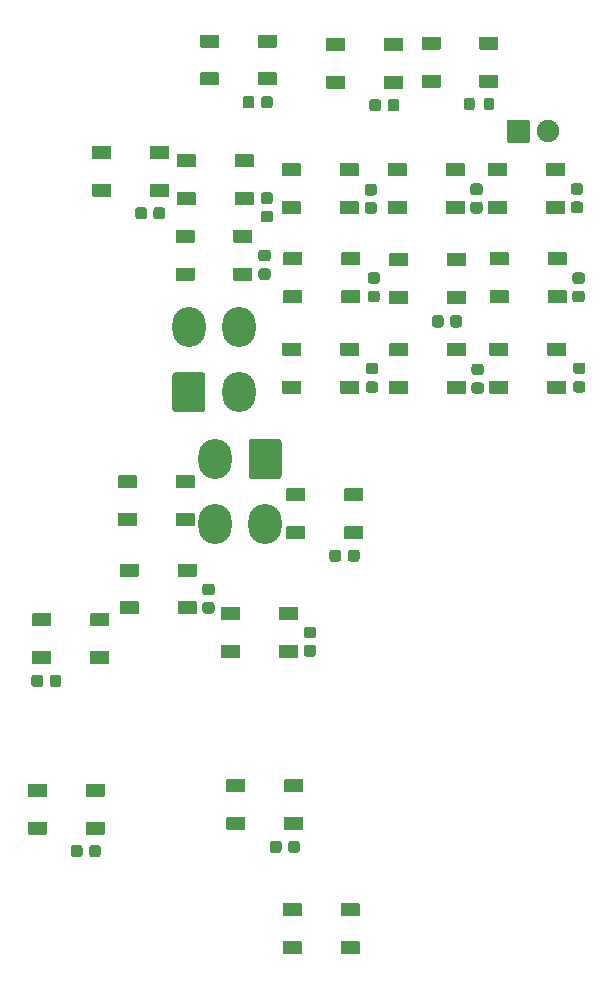
<source format=gbr>
%TF.GenerationSoftware,KiCad,Pcbnew,(5.1.12-1-10_14)*%
%TF.CreationDate,2021-11-24T11:20:23+11:00*%
%TF.ProjectId,Landing Gear Panel PCB V2,4c616e64-696e-4672-9047-656172205061,rev?*%
%TF.SameCoordinates,Original*%
%TF.FileFunction,Soldermask,Top*%
%TF.FilePolarity,Negative*%
%FSLAX46Y46*%
G04 Gerber Fmt 4.6, Leading zero omitted, Abs format (unit mm)*
G04 Created by KiCad (PCBNEW (5.1.12-1-10_14)) date 2021-11-24 11:20:23*
%MOMM*%
%LPD*%
G01*
G04 APERTURE LIST*
%ADD10O,2.800000X3.400000*%
%ADD11C,1.900000*%
G04 APERTURE END LIST*
D10*
%TO.C,J2*%
X85450000Y-65500000D03*
X81250000Y-65500000D03*
X85450000Y-71000000D03*
G36*
G01*
X79850000Y-72440740D02*
X79850000Y-69559260D01*
G75*
G02*
X80109260Y-69300000I259260J0D01*
G01*
X82390740Y-69300000D01*
G75*
G02*
X82650000Y-69559260I0J-259260D01*
G01*
X82650000Y-72440740D01*
G75*
G02*
X82390740Y-72700000I-259260J0D01*
G01*
X80109260Y-72700000D01*
G75*
G02*
X79850000Y-72440740I0J259260D01*
G01*
G37*
%TD*%
%TO.C,J1*%
X83500000Y-82150000D03*
X87700000Y-82150000D03*
X83500000Y-76650000D03*
G36*
G01*
X89100000Y-75209260D02*
X89100000Y-78090740D01*
G75*
G02*
X88840740Y-78350000I-259260J0D01*
G01*
X86559260Y-78350000D01*
G75*
G02*
X86300000Y-78090740I0J259260D01*
G01*
X86300000Y-75209260D01*
G75*
G02*
X86559260Y-74950000I259260J0D01*
G01*
X88840740Y-74950000D01*
G75*
G02*
X89100000Y-75209260I0J-259260D01*
G01*
G37*
%TD*%
%TO.C,C21*%
G36*
G01*
X87368750Y-60512500D02*
X87931250Y-60512500D01*
G75*
G02*
X88175000Y-60756250I0J-243750D01*
G01*
X88175000Y-61243750D01*
G75*
G02*
X87931250Y-61487500I-243750J0D01*
G01*
X87368750Y-61487500D01*
G75*
G02*
X87125000Y-61243750I0J243750D01*
G01*
X87125000Y-60756250D01*
G75*
G02*
X87368750Y-60512500I243750J0D01*
G01*
G37*
G36*
G01*
X87368750Y-58937500D02*
X87931250Y-58937500D01*
G75*
G02*
X88175000Y-59181250I0J-243750D01*
G01*
X88175000Y-59668750D01*
G75*
G02*
X87931250Y-59912500I-243750J0D01*
G01*
X87368750Y-59912500D01*
G75*
G02*
X87125000Y-59668750I0J243750D01*
G01*
X87125000Y-59181250D01*
G75*
G02*
X87368750Y-58937500I243750J0D01*
G01*
G37*
%TD*%
%TO.C,C20*%
G36*
G01*
X114018750Y-70062500D02*
X114581250Y-70062500D01*
G75*
G02*
X114825000Y-70306250I0J-243750D01*
G01*
X114825000Y-70793750D01*
G75*
G02*
X114581250Y-71037500I-243750J0D01*
G01*
X114018750Y-71037500D01*
G75*
G02*
X113775000Y-70793750I0J243750D01*
G01*
X113775000Y-70306250D01*
G75*
G02*
X114018750Y-70062500I243750J0D01*
G01*
G37*
G36*
G01*
X114018750Y-68487500D02*
X114581250Y-68487500D01*
G75*
G02*
X114825000Y-68731250I0J-243750D01*
G01*
X114825000Y-69218750D01*
G75*
G02*
X114581250Y-69462500I-243750J0D01*
G01*
X114018750Y-69462500D01*
G75*
G02*
X113775000Y-69218750I0J243750D01*
G01*
X113775000Y-68731250D01*
G75*
G02*
X114018750Y-68487500I243750J0D01*
G01*
G37*
%TD*%
%TO.C,C19*%
G36*
G01*
X105418750Y-70162500D02*
X105981250Y-70162500D01*
G75*
G02*
X106225000Y-70406250I0J-243750D01*
G01*
X106225000Y-70893750D01*
G75*
G02*
X105981250Y-71137500I-243750J0D01*
G01*
X105418750Y-71137500D01*
G75*
G02*
X105175000Y-70893750I0J243750D01*
G01*
X105175000Y-70406250D01*
G75*
G02*
X105418750Y-70162500I243750J0D01*
G01*
G37*
G36*
G01*
X105418750Y-68587500D02*
X105981250Y-68587500D01*
G75*
G02*
X106225000Y-68831250I0J-243750D01*
G01*
X106225000Y-69318750D01*
G75*
G02*
X105981250Y-69562500I-243750J0D01*
G01*
X105418750Y-69562500D01*
G75*
G02*
X105175000Y-69318750I0J243750D01*
G01*
X105175000Y-68831250D01*
G75*
G02*
X105418750Y-68587500I243750J0D01*
G01*
G37*
%TD*%
%TO.C,C18*%
G36*
G01*
X96468750Y-70087500D02*
X97031250Y-70087500D01*
G75*
G02*
X97275000Y-70331250I0J-243750D01*
G01*
X97275000Y-70818750D01*
G75*
G02*
X97031250Y-71062500I-243750J0D01*
G01*
X96468750Y-71062500D01*
G75*
G02*
X96225000Y-70818750I0J243750D01*
G01*
X96225000Y-70331250D01*
G75*
G02*
X96468750Y-70087500I243750J0D01*
G01*
G37*
G36*
G01*
X96468750Y-68512500D02*
X97031250Y-68512500D01*
G75*
G02*
X97275000Y-68756250I0J-243750D01*
G01*
X97275000Y-69243750D01*
G75*
G02*
X97031250Y-69487500I-243750J0D01*
G01*
X96468750Y-69487500D01*
G75*
G02*
X96225000Y-69243750I0J243750D01*
G01*
X96225000Y-68756250D01*
G75*
G02*
X96468750Y-68512500I243750J0D01*
G01*
G37*
%TD*%
%TO.C,C7*%
G36*
G01*
X96618750Y-62412500D02*
X97181250Y-62412500D01*
G75*
G02*
X97425000Y-62656250I0J-243750D01*
G01*
X97425000Y-63143750D01*
G75*
G02*
X97181250Y-63387500I-243750J0D01*
G01*
X96618750Y-63387500D01*
G75*
G02*
X96375000Y-63143750I0J243750D01*
G01*
X96375000Y-62656250D01*
G75*
G02*
X96618750Y-62412500I243750J0D01*
G01*
G37*
G36*
G01*
X96618750Y-60837500D02*
X97181250Y-60837500D01*
G75*
G02*
X97425000Y-61081250I0J-243750D01*
G01*
X97425000Y-61568750D01*
G75*
G02*
X97181250Y-61812500I-243750J0D01*
G01*
X96618750Y-61812500D01*
G75*
G02*
X96375000Y-61568750I0J243750D01*
G01*
X96375000Y-61081250D01*
G75*
G02*
X96618750Y-60837500I243750J0D01*
G01*
G37*
%TD*%
%TO.C,D6*%
G36*
G01*
X89116000Y-52671600D02*
X89116000Y-51671600D01*
G75*
G02*
X89166000Y-51621600I50000J0D01*
G01*
X90666000Y-51621600D01*
G75*
G02*
X90716000Y-51671600I0J-50000D01*
G01*
X90716000Y-52671600D01*
G75*
G02*
X90666000Y-52721600I-50000J0D01*
G01*
X89166000Y-52721600D01*
G75*
G02*
X89116000Y-52671600I0J50000D01*
G01*
G37*
G36*
G01*
X89116000Y-55871600D02*
X89116000Y-54871600D01*
G75*
G02*
X89166000Y-54821600I50000J0D01*
G01*
X90666000Y-54821600D01*
G75*
G02*
X90716000Y-54871600I0J-50000D01*
G01*
X90716000Y-55871600D01*
G75*
G02*
X90666000Y-55921600I-50000J0D01*
G01*
X89166000Y-55921600D01*
G75*
G02*
X89116000Y-55871600I0J50000D01*
G01*
G37*
G36*
G01*
X94016000Y-52671600D02*
X94016000Y-51671600D01*
G75*
G02*
X94066000Y-51621600I50000J0D01*
G01*
X95566000Y-51621600D01*
G75*
G02*
X95616000Y-51671600I0J-50000D01*
G01*
X95616000Y-52671600D01*
G75*
G02*
X95566000Y-52721600I-50000J0D01*
G01*
X94066000Y-52721600D01*
G75*
G02*
X94016000Y-52671600I0J50000D01*
G01*
G37*
G36*
G01*
X94016000Y-55871600D02*
X94016000Y-54871600D01*
G75*
G02*
X94066000Y-54821600I50000J0D01*
G01*
X95566000Y-54821600D01*
G75*
G02*
X95616000Y-54871600I0J-50000D01*
G01*
X95616000Y-55871600D01*
G75*
G02*
X95566000Y-55921600I-50000J0D01*
G01*
X94066000Y-55921600D01*
G75*
G02*
X94016000Y-55871600I0J50000D01*
G01*
G37*
%TD*%
%TO.C,C11*%
G36*
G01*
X82625000Y-88750000D02*
X83175000Y-88750000D01*
G75*
G02*
X83425000Y-89000000I0J-250000D01*
G01*
X83425000Y-89500000D01*
G75*
G02*
X83175000Y-89750000I-250000J0D01*
G01*
X82625000Y-89750000D01*
G75*
G02*
X82375000Y-89500000I0J250000D01*
G01*
X82375000Y-89000000D01*
G75*
G02*
X82625000Y-88750000I250000J0D01*
G01*
G37*
G36*
G01*
X82625000Y-87200000D02*
X83175000Y-87200000D01*
G75*
G02*
X83425000Y-87450000I0J-250000D01*
G01*
X83425000Y-87950000D01*
G75*
G02*
X83175000Y-88200000I-250000J0D01*
G01*
X82625000Y-88200000D01*
G75*
G02*
X82375000Y-87950000I0J250000D01*
G01*
X82375000Y-87450000D01*
G75*
G02*
X82625000Y-87200000I250000J0D01*
G01*
G37*
%TD*%
%TO.C,R1*%
G36*
G01*
X106200000Y-46900000D02*
X106200000Y-46300000D01*
G75*
G02*
X106425000Y-46075000I225000J0D01*
G01*
X106875000Y-46075000D01*
G75*
G02*
X107100000Y-46300000I0J-225000D01*
G01*
X107100000Y-46900000D01*
G75*
G02*
X106875000Y-47125000I-225000J0D01*
G01*
X106425000Y-47125000D01*
G75*
G02*
X106200000Y-46900000I0J225000D01*
G01*
G37*
G36*
G01*
X104550000Y-46900000D02*
X104550000Y-46300000D01*
G75*
G02*
X104775000Y-46075000I225000J0D01*
G01*
X105225000Y-46075000D01*
G75*
G02*
X105450000Y-46300000I0J-225000D01*
G01*
X105450000Y-46900000D01*
G75*
G02*
X105225000Y-47125000I-225000J0D01*
G01*
X104775000Y-47125000D01*
G75*
G02*
X104550000Y-46900000I0J225000D01*
G01*
G37*
%TD*%
%TO.C,C17*%
G36*
G01*
X91225000Y-92400000D02*
X91775000Y-92400000D01*
G75*
G02*
X92025000Y-92650000I0J-250000D01*
G01*
X92025000Y-93150000D01*
G75*
G02*
X91775000Y-93400000I-250000J0D01*
G01*
X91225000Y-93400000D01*
G75*
G02*
X90975000Y-93150000I0J250000D01*
G01*
X90975000Y-92650000D01*
G75*
G02*
X91225000Y-92400000I250000J0D01*
G01*
G37*
G36*
G01*
X91225000Y-90850000D02*
X91775000Y-90850000D01*
G75*
G02*
X92025000Y-91100000I0J-250000D01*
G01*
X92025000Y-91600000D01*
G75*
G02*
X91775000Y-91850000I-250000J0D01*
G01*
X91225000Y-91850000D01*
G75*
G02*
X90975000Y-91600000I0J250000D01*
G01*
X90975000Y-91100000D01*
G75*
G02*
X91225000Y-90850000I250000J0D01*
G01*
G37*
%TD*%
%TO.C,C16*%
G36*
G01*
X94700000Y-85125000D02*
X94700000Y-84575000D01*
G75*
G02*
X94950000Y-84325000I250000J0D01*
G01*
X95450000Y-84325000D01*
G75*
G02*
X95700000Y-84575000I0J-250000D01*
G01*
X95700000Y-85125000D01*
G75*
G02*
X95450000Y-85375000I-250000J0D01*
G01*
X94950000Y-85375000D01*
G75*
G02*
X94700000Y-85125000I0J250000D01*
G01*
G37*
G36*
G01*
X93150000Y-85125000D02*
X93150000Y-84575000D01*
G75*
G02*
X93400000Y-84325000I250000J0D01*
G01*
X93900000Y-84325000D01*
G75*
G02*
X94150000Y-84575000I0J-250000D01*
G01*
X94150000Y-85125000D01*
G75*
G02*
X93900000Y-85375000I-250000J0D01*
G01*
X93400000Y-85375000D01*
G75*
G02*
X93150000Y-85125000I0J250000D01*
G01*
G37*
%TD*%
%TO.C,C15*%
G36*
G01*
X89650000Y-109775000D02*
X89650000Y-109225000D01*
G75*
G02*
X89900000Y-108975000I250000J0D01*
G01*
X90400000Y-108975000D01*
G75*
G02*
X90650000Y-109225000I0J-250000D01*
G01*
X90650000Y-109775000D01*
G75*
G02*
X90400000Y-110025000I-250000J0D01*
G01*
X89900000Y-110025000D01*
G75*
G02*
X89650000Y-109775000I0J250000D01*
G01*
G37*
G36*
G01*
X88100000Y-109775000D02*
X88100000Y-109225000D01*
G75*
G02*
X88350000Y-108975000I250000J0D01*
G01*
X88850000Y-108975000D01*
G75*
G02*
X89100000Y-109225000I0J-250000D01*
G01*
X89100000Y-109775000D01*
G75*
G02*
X88850000Y-110025000I-250000J0D01*
G01*
X88350000Y-110025000D01*
G75*
G02*
X88100000Y-109775000I0J250000D01*
G01*
G37*
%TD*%
%TO.C,C14*%
G36*
G01*
X72800000Y-110125000D02*
X72800000Y-109575000D01*
G75*
G02*
X73050000Y-109325000I250000J0D01*
G01*
X73550000Y-109325000D01*
G75*
G02*
X73800000Y-109575000I0J-250000D01*
G01*
X73800000Y-110125000D01*
G75*
G02*
X73550000Y-110375000I-250000J0D01*
G01*
X73050000Y-110375000D01*
G75*
G02*
X72800000Y-110125000I0J250000D01*
G01*
G37*
G36*
G01*
X71250000Y-110125000D02*
X71250000Y-109575000D01*
G75*
G02*
X71500000Y-109325000I250000J0D01*
G01*
X72000000Y-109325000D01*
G75*
G02*
X72250000Y-109575000I0J-250000D01*
G01*
X72250000Y-110125000D01*
G75*
G02*
X72000000Y-110375000I-250000J0D01*
G01*
X71500000Y-110375000D01*
G75*
G02*
X71250000Y-110125000I0J250000D01*
G01*
G37*
%TD*%
%TO.C,C13*%
G36*
G01*
X69450000Y-95725000D02*
X69450000Y-95175000D01*
G75*
G02*
X69700000Y-94925000I250000J0D01*
G01*
X70200000Y-94925000D01*
G75*
G02*
X70450000Y-95175000I0J-250000D01*
G01*
X70450000Y-95725000D01*
G75*
G02*
X70200000Y-95975000I-250000J0D01*
G01*
X69700000Y-95975000D01*
G75*
G02*
X69450000Y-95725000I0J250000D01*
G01*
G37*
G36*
G01*
X67900000Y-95725000D02*
X67900000Y-95175000D01*
G75*
G02*
X68150000Y-94925000I250000J0D01*
G01*
X68650000Y-94925000D01*
G75*
G02*
X68900000Y-95175000I0J-250000D01*
G01*
X68900000Y-95725000D01*
G75*
G02*
X68650000Y-95975000I-250000J0D01*
G01*
X68150000Y-95975000D01*
G75*
G02*
X67900000Y-95725000I0J250000D01*
G01*
G37*
%TD*%
%TO.C,C12*%
G36*
G01*
X96375000Y-54900000D02*
X96925000Y-54900000D01*
G75*
G02*
X97175000Y-55150000I0J-250000D01*
G01*
X97175000Y-55650000D01*
G75*
G02*
X96925000Y-55900000I-250000J0D01*
G01*
X96375000Y-55900000D01*
G75*
G02*
X96125000Y-55650000I0J250000D01*
G01*
X96125000Y-55150000D01*
G75*
G02*
X96375000Y-54900000I250000J0D01*
G01*
G37*
G36*
G01*
X96375000Y-53350000D02*
X96925000Y-53350000D01*
G75*
G02*
X97175000Y-53600000I0J-250000D01*
G01*
X97175000Y-54100000D01*
G75*
G02*
X96925000Y-54350000I-250000J0D01*
G01*
X96375000Y-54350000D01*
G75*
G02*
X96125000Y-54100000I0J250000D01*
G01*
X96125000Y-53600000D01*
G75*
G02*
X96375000Y-53350000I250000J0D01*
G01*
G37*
%TD*%
%TO.C,C10*%
G36*
G01*
X88125000Y-55075000D02*
X87575000Y-55075000D01*
G75*
G02*
X87325000Y-54825000I0J250000D01*
G01*
X87325000Y-54325000D01*
G75*
G02*
X87575000Y-54075000I250000J0D01*
G01*
X88125000Y-54075000D01*
G75*
G02*
X88375000Y-54325000I0J-250000D01*
G01*
X88375000Y-54825000D01*
G75*
G02*
X88125000Y-55075000I-250000J0D01*
G01*
G37*
G36*
G01*
X88125000Y-56625000D02*
X87575000Y-56625000D01*
G75*
G02*
X87325000Y-56375000I0J250000D01*
G01*
X87325000Y-55875000D01*
G75*
G02*
X87575000Y-55625000I250000J0D01*
G01*
X88125000Y-55625000D01*
G75*
G02*
X88375000Y-55875000I0J-250000D01*
G01*
X88375000Y-56375000D01*
G75*
G02*
X88125000Y-56625000I-250000J0D01*
G01*
G37*
%TD*%
%TO.C,C9*%
G36*
G01*
X78250000Y-56125000D02*
X78250000Y-55575000D01*
G75*
G02*
X78500000Y-55325000I250000J0D01*
G01*
X79000000Y-55325000D01*
G75*
G02*
X79250000Y-55575000I0J-250000D01*
G01*
X79250000Y-56125000D01*
G75*
G02*
X79000000Y-56375000I-250000J0D01*
G01*
X78500000Y-56375000D01*
G75*
G02*
X78250000Y-56125000I0J250000D01*
G01*
G37*
G36*
G01*
X76700000Y-56125000D02*
X76700000Y-55575000D01*
G75*
G02*
X76950000Y-55325000I250000J0D01*
G01*
X77450000Y-55325000D01*
G75*
G02*
X77700000Y-55575000I0J-250000D01*
G01*
X77700000Y-56125000D01*
G75*
G02*
X77450000Y-56375000I-250000J0D01*
G01*
X76950000Y-56375000D01*
G75*
G02*
X76700000Y-56125000I0J250000D01*
G01*
G37*
%TD*%
%TO.C,C8*%
G36*
G01*
X105325000Y-54875000D02*
X105875000Y-54875000D01*
G75*
G02*
X106125000Y-55125000I0J-250000D01*
G01*
X106125000Y-55625000D01*
G75*
G02*
X105875000Y-55875000I-250000J0D01*
G01*
X105325000Y-55875000D01*
G75*
G02*
X105075000Y-55625000I0J250000D01*
G01*
X105075000Y-55125000D01*
G75*
G02*
X105325000Y-54875000I250000J0D01*
G01*
G37*
G36*
G01*
X105325000Y-53325000D02*
X105875000Y-53325000D01*
G75*
G02*
X106125000Y-53575000I0J-250000D01*
G01*
X106125000Y-54075000D01*
G75*
G02*
X105875000Y-54325000I-250000J0D01*
G01*
X105325000Y-54325000D01*
G75*
G02*
X105075000Y-54075000I0J250000D01*
G01*
X105075000Y-53575000D01*
G75*
G02*
X105325000Y-53325000I250000J0D01*
G01*
G37*
%TD*%
%TO.C,C6*%
G36*
G01*
X103375000Y-65275000D02*
X103375000Y-64725000D01*
G75*
G02*
X103625000Y-64475000I250000J0D01*
G01*
X104125000Y-64475000D01*
G75*
G02*
X104375000Y-64725000I0J-250000D01*
G01*
X104375000Y-65275000D01*
G75*
G02*
X104125000Y-65525000I-250000J0D01*
G01*
X103625000Y-65525000D01*
G75*
G02*
X103375000Y-65275000I0J250000D01*
G01*
G37*
G36*
G01*
X101825000Y-65275000D02*
X101825000Y-64725000D01*
G75*
G02*
X102075000Y-64475000I250000J0D01*
G01*
X102575000Y-64475000D01*
G75*
G02*
X102825000Y-64725000I0J-250000D01*
G01*
X102825000Y-65275000D01*
G75*
G02*
X102575000Y-65525000I-250000J0D01*
G01*
X102075000Y-65525000D01*
G75*
G02*
X101825000Y-65275000I0J250000D01*
G01*
G37*
%TD*%
%TO.C,C5*%
G36*
G01*
X113825000Y-54850000D02*
X114375000Y-54850000D01*
G75*
G02*
X114625000Y-55100000I0J-250000D01*
G01*
X114625000Y-55600000D01*
G75*
G02*
X114375000Y-55850000I-250000J0D01*
G01*
X113825000Y-55850000D01*
G75*
G02*
X113575000Y-55600000I0J250000D01*
G01*
X113575000Y-55100000D01*
G75*
G02*
X113825000Y-54850000I250000J0D01*
G01*
G37*
G36*
G01*
X113825000Y-53300000D02*
X114375000Y-53300000D01*
G75*
G02*
X114625000Y-53550000I0J-250000D01*
G01*
X114625000Y-54050000D01*
G75*
G02*
X114375000Y-54300000I-250000J0D01*
G01*
X113825000Y-54300000D01*
G75*
G02*
X113575000Y-54050000I0J250000D01*
G01*
X113575000Y-53550000D01*
G75*
G02*
X113825000Y-53300000I250000J0D01*
G01*
G37*
%TD*%
%TO.C,C4*%
G36*
G01*
X113975000Y-62400000D02*
X114525000Y-62400000D01*
G75*
G02*
X114775000Y-62650000I0J-250000D01*
G01*
X114775000Y-63150000D01*
G75*
G02*
X114525000Y-63400000I-250000J0D01*
G01*
X113975000Y-63400000D01*
G75*
G02*
X113725000Y-63150000I0J250000D01*
G01*
X113725000Y-62650000D01*
G75*
G02*
X113975000Y-62400000I250000J0D01*
G01*
G37*
G36*
G01*
X113975000Y-60850000D02*
X114525000Y-60850000D01*
G75*
G02*
X114775000Y-61100000I0J-250000D01*
G01*
X114775000Y-61600000D01*
G75*
G02*
X114525000Y-61850000I-250000J0D01*
G01*
X113975000Y-61850000D01*
G75*
G02*
X113725000Y-61600000I0J250000D01*
G01*
X113725000Y-61100000D01*
G75*
G02*
X113975000Y-60850000I250000J0D01*
G01*
G37*
%TD*%
%TO.C,C3*%
G36*
G01*
X98075000Y-46975000D02*
X98075000Y-46425000D01*
G75*
G02*
X98325000Y-46175000I250000J0D01*
G01*
X98825000Y-46175000D01*
G75*
G02*
X99075000Y-46425000I0J-250000D01*
G01*
X99075000Y-46975000D01*
G75*
G02*
X98825000Y-47225000I-250000J0D01*
G01*
X98325000Y-47225000D01*
G75*
G02*
X98075000Y-46975000I0J250000D01*
G01*
G37*
G36*
G01*
X96525000Y-46975000D02*
X96525000Y-46425000D01*
G75*
G02*
X96775000Y-46175000I250000J0D01*
G01*
X97275000Y-46175000D01*
G75*
G02*
X97525000Y-46425000I0J-250000D01*
G01*
X97525000Y-46975000D01*
G75*
G02*
X97275000Y-47225000I-250000J0D01*
G01*
X96775000Y-47225000D01*
G75*
G02*
X96525000Y-46975000I0J250000D01*
G01*
G37*
%TD*%
%TO.C,C2*%
G36*
G01*
X87350000Y-46725000D02*
X87350000Y-46175000D01*
G75*
G02*
X87600000Y-45925000I250000J0D01*
G01*
X88100000Y-45925000D01*
G75*
G02*
X88350000Y-46175000I0J-250000D01*
G01*
X88350000Y-46725000D01*
G75*
G02*
X88100000Y-46975000I-250000J0D01*
G01*
X87600000Y-46975000D01*
G75*
G02*
X87350000Y-46725000I0J250000D01*
G01*
G37*
G36*
G01*
X85800000Y-46725000D02*
X85800000Y-46175000D01*
G75*
G02*
X86050000Y-45925000I250000J0D01*
G01*
X86550000Y-45925000D01*
G75*
G02*
X86800000Y-46175000I0J-250000D01*
G01*
X86800000Y-46725000D01*
G75*
G02*
X86550000Y-46975000I-250000J0D01*
G01*
X86050000Y-46975000D01*
G75*
G02*
X85800000Y-46725000I0J250000D01*
G01*
G37*
%TD*%
D11*
%TO.C,D24*%
X111684000Y-48920400D03*
G36*
G01*
X108194000Y-49820400D02*
X108194000Y-48020400D01*
G75*
G02*
X108244000Y-47970400I50000J0D01*
G01*
X110044000Y-47970400D01*
G75*
G02*
X110094000Y-48020400I0J-50000D01*
G01*
X110094000Y-49820400D01*
G75*
G02*
X110044000Y-49870400I-50000J0D01*
G01*
X108244000Y-49870400D01*
G75*
G02*
X108194000Y-49820400I0J50000D01*
G01*
G37*
%TD*%
%TO.C,D16*%
G36*
G01*
X75250000Y-79100000D02*
X75250000Y-78100000D01*
G75*
G02*
X75300000Y-78050000I50000J0D01*
G01*
X76800000Y-78050000D01*
G75*
G02*
X76850000Y-78100000I0J-50000D01*
G01*
X76850000Y-79100000D01*
G75*
G02*
X76800000Y-79150000I-50000J0D01*
G01*
X75300000Y-79150000D01*
G75*
G02*
X75250000Y-79100000I0J50000D01*
G01*
G37*
G36*
G01*
X75250000Y-82300000D02*
X75250000Y-81300000D01*
G75*
G02*
X75300000Y-81250000I50000J0D01*
G01*
X76800000Y-81250000D01*
G75*
G02*
X76850000Y-81300000I0J-50000D01*
G01*
X76850000Y-82300000D01*
G75*
G02*
X76800000Y-82350000I-50000J0D01*
G01*
X75300000Y-82350000D01*
G75*
G02*
X75250000Y-82300000I0J50000D01*
G01*
G37*
G36*
G01*
X80150000Y-79100000D02*
X80150000Y-78100000D01*
G75*
G02*
X80200000Y-78050000I50000J0D01*
G01*
X81700000Y-78050000D01*
G75*
G02*
X81750000Y-78100000I0J-50000D01*
G01*
X81750000Y-79100000D01*
G75*
G02*
X81700000Y-79150000I-50000J0D01*
G01*
X80200000Y-79150000D01*
G75*
G02*
X80150000Y-79100000I0J50000D01*
G01*
G37*
G36*
G01*
X80150000Y-82300000D02*
X80150000Y-81300000D01*
G75*
G02*
X80200000Y-81250000I50000J0D01*
G01*
X81700000Y-81250000D01*
G75*
G02*
X81750000Y-81300000I0J-50000D01*
G01*
X81750000Y-82300000D01*
G75*
G02*
X81700000Y-82350000I-50000J0D01*
G01*
X80200000Y-82350000D01*
G75*
G02*
X80150000Y-82300000I0J50000D01*
G01*
G37*
%TD*%
%TO.C,D23*%
G36*
G01*
X89194400Y-115334000D02*
X89194400Y-114334000D01*
G75*
G02*
X89244400Y-114284000I50000J0D01*
G01*
X90744400Y-114284000D01*
G75*
G02*
X90794400Y-114334000I0J-50000D01*
G01*
X90794400Y-115334000D01*
G75*
G02*
X90744400Y-115384000I-50000J0D01*
G01*
X89244400Y-115384000D01*
G75*
G02*
X89194400Y-115334000I0J50000D01*
G01*
G37*
G36*
G01*
X89194400Y-118534000D02*
X89194400Y-117534000D01*
G75*
G02*
X89244400Y-117484000I50000J0D01*
G01*
X90744400Y-117484000D01*
G75*
G02*
X90794400Y-117534000I0J-50000D01*
G01*
X90794400Y-118534000D01*
G75*
G02*
X90744400Y-118584000I-50000J0D01*
G01*
X89244400Y-118584000D01*
G75*
G02*
X89194400Y-118534000I0J50000D01*
G01*
G37*
G36*
G01*
X94094400Y-115334000D02*
X94094400Y-114334000D01*
G75*
G02*
X94144400Y-114284000I50000J0D01*
G01*
X95644400Y-114284000D01*
G75*
G02*
X95694400Y-114334000I0J-50000D01*
G01*
X95694400Y-115334000D01*
G75*
G02*
X95644400Y-115384000I-50000J0D01*
G01*
X94144400Y-115384000D01*
G75*
G02*
X94094400Y-115334000I0J50000D01*
G01*
G37*
G36*
G01*
X94094400Y-118534000D02*
X94094400Y-117534000D01*
G75*
G02*
X94144400Y-117484000I50000J0D01*
G01*
X95644400Y-117484000D01*
G75*
G02*
X95694400Y-117534000I0J-50000D01*
G01*
X95694400Y-118534000D01*
G75*
G02*
X95644400Y-118584000I-50000J0D01*
G01*
X94144400Y-118584000D01*
G75*
G02*
X94094400Y-118534000I0J50000D01*
G01*
G37*
%TD*%
%TO.C,D22*%
G36*
G01*
X84430800Y-104818000D02*
X84430800Y-103818000D01*
G75*
G02*
X84480800Y-103768000I50000J0D01*
G01*
X85980800Y-103768000D01*
G75*
G02*
X86030800Y-103818000I0J-50000D01*
G01*
X86030800Y-104818000D01*
G75*
G02*
X85980800Y-104868000I-50000J0D01*
G01*
X84480800Y-104868000D01*
G75*
G02*
X84430800Y-104818000I0J50000D01*
G01*
G37*
G36*
G01*
X84430800Y-108018000D02*
X84430800Y-107018000D01*
G75*
G02*
X84480800Y-106968000I50000J0D01*
G01*
X85980800Y-106968000D01*
G75*
G02*
X86030800Y-107018000I0J-50000D01*
G01*
X86030800Y-108018000D01*
G75*
G02*
X85980800Y-108068000I-50000J0D01*
G01*
X84480800Y-108068000D01*
G75*
G02*
X84430800Y-108018000I0J50000D01*
G01*
G37*
G36*
G01*
X89330800Y-104818000D02*
X89330800Y-103818000D01*
G75*
G02*
X89380800Y-103768000I50000J0D01*
G01*
X90880800Y-103768000D01*
G75*
G02*
X90930800Y-103818000I0J-50000D01*
G01*
X90930800Y-104818000D01*
G75*
G02*
X90880800Y-104868000I-50000J0D01*
G01*
X89380800Y-104868000D01*
G75*
G02*
X89330800Y-104818000I0J50000D01*
G01*
G37*
G36*
G01*
X89330800Y-108018000D02*
X89330800Y-107018000D01*
G75*
G02*
X89380800Y-106968000I50000J0D01*
G01*
X90880800Y-106968000D01*
G75*
G02*
X90930800Y-107018000I0J-50000D01*
G01*
X90930800Y-108018000D01*
G75*
G02*
X90880800Y-108068000I-50000J0D01*
G01*
X89380800Y-108068000D01*
G75*
G02*
X89330800Y-108018000I0J50000D01*
G01*
G37*
%TD*%
%TO.C,D21*%
G36*
G01*
X67627600Y-105199000D02*
X67627600Y-104199000D01*
G75*
G02*
X67677600Y-104149000I50000J0D01*
G01*
X69177600Y-104149000D01*
G75*
G02*
X69227600Y-104199000I0J-50000D01*
G01*
X69227600Y-105199000D01*
G75*
G02*
X69177600Y-105249000I-50000J0D01*
G01*
X67677600Y-105249000D01*
G75*
G02*
X67627600Y-105199000I0J50000D01*
G01*
G37*
G36*
G01*
X67627600Y-108399000D02*
X67627600Y-107399000D01*
G75*
G02*
X67677600Y-107349000I50000J0D01*
G01*
X69177600Y-107349000D01*
G75*
G02*
X69227600Y-107399000I0J-50000D01*
G01*
X69227600Y-108399000D01*
G75*
G02*
X69177600Y-108449000I-50000J0D01*
G01*
X67677600Y-108449000D01*
G75*
G02*
X67627600Y-108399000I0J50000D01*
G01*
G37*
G36*
G01*
X72527600Y-105199000D02*
X72527600Y-104199000D01*
G75*
G02*
X72577600Y-104149000I50000J0D01*
G01*
X74077600Y-104149000D01*
G75*
G02*
X74127600Y-104199000I0J-50000D01*
G01*
X74127600Y-105199000D01*
G75*
G02*
X74077600Y-105249000I-50000J0D01*
G01*
X72577600Y-105249000D01*
G75*
G02*
X72527600Y-105199000I0J50000D01*
G01*
G37*
G36*
G01*
X72527600Y-108399000D02*
X72527600Y-107399000D01*
G75*
G02*
X72577600Y-107349000I50000J0D01*
G01*
X74077600Y-107349000D01*
G75*
G02*
X74127600Y-107399000I0J-50000D01*
G01*
X74127600Y-108399000D01*
G75*
G02*
X74077600Y-108449000I-50000J0D01*
G01*
X72577600Y-108449000D01*
G75*
G02*
X72527600Y-108399000I0J50000D01*
G01*
G37*
%TD*%
%TO.C,D20*%
G36*
G01*
X83973600Y-90238400D02*
X83973600Y-89238400D01*
G75*
G02*
X84023600Y-89188400I50000J0D01*
G01*
X85523600Y-89188400D01*
G75*
G02*
X85573600Y-89238400I0J-50000D01*
G01*
X85573600Y-90238400D01*
G75*
G02*
X85523600Y-90288400I-50000J0D01*
G01*
X84023600Y-90288400D01*
G75*
G02*
X83973600Y-90238400I0J50000D01*
G01*
G37*
G36*
G01*
X83973600Y-93438400D02*
X83973600Y-92438400D01*
G75*
G02*
X84023600Y-92388400I50000J0D01*
G01*
X85523600Y-92388400D01*
G75*
G02*
X85573600Y-92438400I0J-50000D01*
G01*
X85573600Y-93438400D01*
G75*
G02*
X85523600Y-93488400I-50000J0D01*
G01*
X84023600Y-93488400D01*
G75*
G02*
X83973600Y-93438400I0J50000D01*
G01*
G37*
G36*
G01*
X88873600Y-90238400D02*
X88873600Y-89238400D01*
G75*
G02*
X88923600Y-89188400I50000J0D01*
G01*
X90423600Y-89188400D01*
G75*
G02*
X90473600Y-89238400I0J-50000D01*
G01*
X90473600Y-90238400D01*
G75*
G02*
X90423600Y-90288400I-50000J0D01*
G01*
X88923600Y-90288400D01*
G75*
G02*
X88873600Y-90238400I0J50000D01*
G01*
G37*
G36*
G01*
X88873600Y-93438400D02*
X88873600Y-92438400D01*
G75*
G02*
X88923600Y-92388400I50000J0D01*
G01*
X90423600Y-92388400D01*
G75*
G02*
X90473600Y-92438400I0J-50000D01*
G01*
X90473600Y-93438400D01*
G75*
G02*
X90423600Y-93488400I-50000J0D01*
G01*
X88923600Y-93488400D01*
G75*
G02*
X88873600Y-93438400I0J50000D01*
G01*
G37*
%TD*%
%TO.C,D19*%
G36*
G01*
X67983200Y-90771600D02*
X67983200Y-89771600D01*
G75*
G02*
X68033200Y-89721600I50000J0D01*
G01*
X69533200Y-89721600D01*
G75*
G02*
X69583200Y-89771600I0J-50000D01*
G01*
X69583200Y-90771600D01*
G75*
G02*
X69533200Y-90821600I-50000J0D01*
G01*
X68033200Y-90821600D01*
G75*
G02*
X67983200Y-90771600I0J50000D01*
G01*
G37*
G36*
G01*
X67983200Y-93971600D02*
X67983200Y-92971600D01*
G75*
G02*
X68033200Y-92921600I50000J0D01*
G01*
X69533200Y-92921600D01*
G75*
G02*
X69583200Y-92971600I0J-50000D01*
G01*
X69583200Y-93971600D01*
G75*
G02*
X69533200Y-94021600I-50000J0D01*
G01*
X68033200Y-94021600D01*
G75*
G02*
X67983200Y-93971600I0J50000D01*
G01*
G37*
G36*
G01*
X72883200Y-90771600D02*
X72883200Y-89771600D01*
G75*
G02*
X72933200Y-89721600I50000J0D01*
G01*
X74433200Y-89721600D01*
G75*
G02*
X74483200Y-89771600I0J-50000D01*
G01*
X74483200Y-90771600D01*
G75*
G02*
X74433200Y-90821600I-50000J0D01*
G01*
X72933200Y-90821600D01*
G75*
G02*
X72883200Y-90771600I0J50000D01*
G01*
G37*
G36*
G01*
X72883200Y-93971600D02*
X72883200Y-92971600D01*
G75*
G02*
X72933200Y-92921600I50000J0D01*
G01*
X74433200Y-92921600D01*
G75*
G02*
X74483200Y-92971600I0J-50000D01*
G01*
X74483200Y-93971600D01*
G75*
G02*
X74433200Y-94021600I-50000J0D01*
G01*
X72933200Y-94021600D01*
G75*
G02*
X72883200Y-93971600I0J50000D01*
G01*
G37*
%TD*%
%TO.C,D18*%
G36*
G01*
X75400000Y-86555200D02*
X75400000Y-85555200D01*
G75*
G02*
X75450000Y-85505200I50000J0D01*
G01*
X76950000Y-85505200D01*
G75*
G02*
X77000000Y-85555200I0J-50000D01*
G01*
X77000000Y-86555200D01*
G75*
G02*
X76950000Y-86605200I-50000J0D01*
G01*
X75450000Y-86605200D01*
G75*
G02*
X75400000Y-86555200I0J50000D01*
G01*
G37*
G36*
G01*
X75400000Y-89755200D02*
X75400000Y-88755200D01*
G75*
G02*
X75450000Y-88705200I50000J0D01*
G01*
X76950000Y-88705200D01*
G75*
G02*
X77000000Y-88755200I0J-50000D01*
G01*
X77000000Y-89755200D01*
G75*
G02*
X76950000Y-89805200I-50000J0D01*
G01*
X75450000Y-89805200D01*
G75*
G02*
X75400000Y-89755200I0J50000D01*
G01*
G37*
G36*
G01*
X80300000Y-86555200D02*
X80300000Y-85555200D01*
G75*
G02*
X80350000Y-85505200I50000J0D01*
G01*
X81850000Y-85505200D01*
G75*
G02*
X81900000Y-85555200I0J-50000D01*
G01*
X81900000Y-86555200D01*
G75*
G02*
X81850000Y-86605200I-50000J0D01*
G01*
X80350000Y-86605200D01*
G75*
G02*
X80300000Y-86555200I0J50000D01*
G01*
G37*
G36*
G01*
X80300000Y-89755200D02*
X80300000Y-88755200D01*
G75*
G02*
X80350000Y-88705200I50000J0D01*
G01*
X81850000Y-88705200D01*
G75*
G02*
X81900000Y-88755200I0J-50000D01*
G01*
X81900000Y-89755200D01*
G75*
G02*
X81850000Y-89805200I-50000J0D01*
G01*
X80350000Y-89805200D01*
G75*
G02*
X80300000Y-89755200I0J50000D01*
G01*
G37*
%TD*%
%TO.C,D17*%
G36*
G01*
X89500000Y-80200000D02*
X89500000Y-79200000D01*
G75*
G02*
X89550000Y-79150000I50000J0D01*
G01*
X91050000Y-79150000D01*
G75*
G02*
X91100000Y-79200000I0J-50000D01*
G01*
X91100000Y-80200000D01*
G75*
G02*
X91050000Y-80250000I-50000J0D01*
G01*
X89550000Y-80250000D01*
G75*
G02*
X89500000Y-80200000I0J50000D01*
G01*
G37*
G36*
G01*
X89500000Y-83400000D02*
X89500000Y-82400000D01*
G75*
G02*
X89550000Y-82350000I50000J0D01*
G01*
X91050000Y-82350000D01*
G75*
G02*
X91100000Y-82400000I0J-50000D01*
G01*
X91100000Y-83400000D01*
G75*
G02*
X91050000Y-83450000I-50000J0D01*
G01*
X89550000Y-83450000D01*
G75*
G02*
X89500000Y-83400000I0J50000D01*
G01*
G37*
G36*
G01*
X94400000Y-80200000D02*
X94400000Y-79200000D01*
G75*
G02*
X94450000Y-79150000I50000J0D01*
G01*
X95950000Y-79150000D01*
G75*
G02*
X96000000Y-79200000I0J-50000D01*
G01*
X96000000Y-80200000D01*
G75*
G02*
X95950000Y-80250000I-50000J0D01*
G01*
X94450000Y-80250000D01*
G75*
G02*
X94400000Y-80200000I0J50000D01*
G01*
G37*
G36*
G01*
X94400000Y-83400000D02*
X94400000Y-82400000D01*
G75*
G02*
X94450000Y-82350000I50000J0D01*
G01*
X95950000Y-82350000D01*
G75*
G02*
X96000000Y-82400000I0J-50000D01*
G01*
X96000000Y-83400000D01*
G75*
G02*
X95950000Y-83450000I-50000J0D01*
G01*
X94450000Y-83450000D01*
G75*
G02*
X94400000Y-83400000I0J50000D01*
G01*
G37*
%TD*%
%TO.C,D15*%
G36*
G01*
X106693000Y-67860800D02*
X106693000Y-66860800D01*
G75*
G02*
X106743000Y-66810800I50000J0D01*
G01*
X108243000Y-66810800D01*
G75*
G02*
X108293000Y-66860800I0J-50000D01*
G01*
X108293000Y-67860800D01*
G75*
G02*
X108243000Y-67910800I-50000J0D01*
G01*
X106743000Y-67910800D01*
G75*
G02*
X106693000Y-67860800I0J50000D01*
G01*
G37*
G36*
G01*
X106693000Y-71060800D02*
X106693000Y-70060800D01*
G75*
G02*
X106743000Y-70010800I50000J0D01*
G01*
X108243000Y-70010800D01*
G75*
G02*
X108293000Y-70060800I0J-50000D01*
G01*
X108293000Y-71060800D01*
G75*
G02*
X108243000Y-71110800I-50000J0D01*
G01*
X106743000Y-71110800D01*
G75*
G02*
X106693000Y-71060800I0J50000D01*
G01*
G37*
G36*
G01*
X111593000Y-67860800D02*
X111593000Y-66860800D01*
G75*
G02*
X111643000Y-66810800I50000J0D01*
G01*
X113143000Y-66810800D01*
G75*
G02*
X113193000Y-66860800I0J-50000D01*
G01*
X113193000Y-67860800D01*
G75*
G02*
X113143000Y-67910800I-50000J0D01*
G01*
X111643000Y-67910800D01*
G75*
G02*
X111593000Y-67860800I0J50000D01*
G01*
G37*
G36*
G01*
X111593000Y-71060800D02*
X111593000Y-70060800D01*
G75*
G02*
X111643000Y-70010800I50000J0D01*
G01*
X113143000Y-70010800D01*
G75*
G02*
X113193000Y-70060800I0J-50000D01*
G01*
X113193000Y-71060800D01*
G75*
G02*
X113143000Y-71110800I-50000J0D01*
G01*
X111643000Y-71110800D01*
G75*
G02*
X111593000Y-71060800I0J50000D01*
G01*
G37*
%TD*%
%TO.C,D14*%
G36*
G01*
X98209000Y-67911600D02*
X98209000Y-66911600D01*
G75*
G02*
X98259000Y-66861600I50000J0D01*
G01*
X99759000Y-66861600D01*
G75*
G02*
X99809000Y-66911600I0J-50000D01*
G01*
X99809000Y-67911600D01*
G75*
G02*
X99759000Y-67961600I-50000J0D01*
G01*
X98259000Y-67961600D01*
G75*
G02*
X98209000Y-67911600I0J50000D01*
G01*
G37*
G36*
G01*
X98209000Y-71111600D02*
X98209000Y-70111600D01*
G75*
G02*
X98259000Y-70061600I50000J0D01*
G01*
X99759000Y-70061600D01*
G75*
G02*
X99809000Y-70111600I0J-50000D01*
G01*
X99809000Y-71111600D01*
G75*
G02*
X99759000Y-71161600I-50000J0D01*
G01*
X98259000Y-71161600D01*
G75*
G02*
X98209000Y-71111600I0J50000D01*
G01*
G37*
G36*
G01*
X103109000Y-67911600D02*
X103109000Y-66911600D01*
G75*
G02*
X103159000Y-66861600I50000J0D01*
G01*
X104659000Y-66861600D01*
G75*
G02*
X104709000Y-66911600I0J-50000D01*
G01*
X104709000Y-67911600D01*
G75*
G02*
X104659000Y-67961600I-50000J0D01*
G01*
X103159000Y-67961600D01*
G75*
G02*
X103109000Y-67911600I0J50000D01*
G01*
G37*
G36*
G01*
X103109000Y-71111600D02*
X103109000Y-70111600D01*
G75*
G02*
X103159000Y-70061600I50000J0D01*
G01*
X104659000Y-70061600D01*
G75*
G02*
X104709000Y-70111600I0J-50000D01*
G01*
X104709000Y-71111600D01*
G75*
G02*
X104659000Y-71161600I-50000J0D01*
G01*
X103159000Y-71161600D01*
G75*
G02*
X103109000Y-71111600I0J50000D01*
G01*
G37*
%TD*%
%TO.C,D13*%
G36*
G01*
X89166800Y-67860800D02*
X89166800Y-66860800D01*
G75*
G02*
X89216800Y-66810800I50000J0D01*
G01*
X90716800Y-66810800D01*
G75*
G02*
X90766800Y-66860800I0J-50000D01*
G01*
X90766800Y-67860800D01*
G75*
G02*
X90716800Y-67910800I-50000J0D01*
G01*
X89216800Y-67910800D01*
G75*
G02*
X89166800Y-67860800I0J50000D01*
G01*
G37*
G36*
G01*
X89166800Y-71060800D02*
X89166800Y-70060800D01*
G75*
G02*
X89216800Y-70010800I50000J0D01*
G01*
X90716800Y-70010800D01*
G75*
G02*
X90766800Y-70060800I0J-50000D01*
G01*
X90766800Y-71060800D01*
G75*
G02*
X90716800Y-71110800I-50000J0D01*
G01*
X89216800Y-71110800D01*
G75*
G02*
X89166800Y-71060800I0J50000D01*
G01*
G37*
G36*
G01*
X94066800Y-67860800D02*
X94066800Y-66860800D01*
G75*
G02*
X94116800Y-66810800I50000J0D01*
G01*
X95616800Y-66810800D01*
G75*
G02*
X95666800Y-66860800I0J-50000D01*
G01*
X95666800Y-67860800D01*
G75*
G02*
X95616800Y-67910800I-50000J0D01*
G01*
X94116800Y-67910800D01*
G75*
G02*
X94066800Y-67860800I0J50000D01*
G01*
G37*
G36*
G01*
X94066800Y-71060800D02*
X94066800Y-70060800D01*
G75*
G02*
X94116800Y-70010800I50000J0D01*
G01*
X95616800Y-70010800D01*
G75*
G02*
X95666800Y-70060800I0J-50000D01*
G01*
X95666800Y-71060800D01*
G75*
G02*
X95616800Y-71110800I-50000J0D01*
G01*
X94116800Y-71110800D01*
G75*
G02*
X94066800Y-71060800I0J50000D01*
G01*
G37*
%TD*%
%TO.C,D12*%
G36*
G01*
X106732000Y-60215600D02*
X106732000Y-59215600D01*
G75*
G02*
X106782000Y-59165600I50000J0D01*
G01*
X108282000Y-59165600D01*
G75*
G02*
X108332000Y-59215600I0J-50000D01*
G01*
X108332000Y-60215600D01*
G75*
G02*
X108282000Y-60265600I-50000J0D01*
G01*
X106782000Y-60265600D01*
G75*
G02*
X106732000Y-60215600I0J50000D01*
G01*
G37*
G36*
G01*
X106732000Y-63415600D02*
X106732000Y-62415600D01*
G75*
G02*
X106782000Y-62365600I50000J0D01*
G01*
X108282000Y-62365600D01*
G75*
G02*
X108332000Y-62415600I0J-50000D01*
G01*
X108332000Y-63415600D01*
G75*
G02*
X108282000Y-63465600I-50000J0D01*
G01*
X106782000Y-63465600D01*
G75*
G02*
X106732000Y-63415600I0J50000D01*
G01*
G37*
G36*
G01*
X111632000Y-60215600D02*
X111632000Y-59215600D01*
G75*
G02*
X111682000Y-59165600I50000J0D01*
G01*
X113182000Y-59165600D01*
G75*
G02*
X113232000Y-59215600I0J-50000D01*
G01*
X113232000Y-60215600D01*
G75*
G02*
X113182000Y-60265600I-50000J0D01*
G01*
X111682000Y-60265600D01*
G75*
G02*
X111632000Y-60215600I0J50000D01*
G01*
G37*
G36*
G01*
X111632000Y-63415600D02*
X111632000Y-62415600D01*
G75*
G02*
X111682000Y-62365600I50000J0D01*
G01*
X113182000Y-62365600D01*
G75*
G02*
X113232000Y-62415600I0J-50000D01*
G01*
X113232000Y-63415600D01*
G75*
G02*
X113182000Y-63465600I-50000J0D01*
G01*
X111682000Y-63465600D01*
G75*
G02*
X111632000Y-63415600I0J50000D01*
G01*
G37*
%TD*%
%TO.C,D11*%
G36*
G01*
X98209000Y-60291600D02*
X98209000Y-59291600D01*
G75*
G02*
X98259000Y-59241600I50000J0D01*
G01*
X99759000Y-59241600D01*
G75*
G02*
X99809000Y-59291600I0J-50000D01*
G01*
X99809000Y-60291600D01*
G75*
G02*
X99759000Y-60341600I-50000J0D01*
G01*
X98259000Y-60341600D01*
G75*
G02*
X98209000Y-60291600I0J50000D01*
G01*
G37*
G36*
G01*
X98209000Y-63491600D02*
X98209000Y-62491600D01*
G75*
G02*
X98259000Y-62441600I50000J0D01*
G01*
X99759000Y-62441600D01*
G75*
G02*
X99809000Y-62491600I0J-50000D01*
G01*
X99809000Y-63491600D01*
G75*
G02*
X99759000Y-63541600I-50000J0D01*
G01*
X98259000Y-63541600D01*
G75*
G02*
X98209000Y-63491600I0J50000D01*
G01*
G37*
G36*
G01*
X103109000Y-60291600D02*
X103109000Y-59291600D01*
G75*
G02*
X103159000Y-59241600I50000J0D01*
G01*
X104659000Y-59241600D01*
G75*
G02*
X104709000Y-59291600I0J-50000D01*
G01*
X104709000Y-60291600D01*
G75*
G02*
X104659000Y-60341600I-50000J0D01*
G01*
X103159000Y-60341600D01*
G75*
G02*
X103109000Y-60291600I0J50000D01*
G01*
G37*
G36*
G01*
X103109000Y-63491600D02*
X103109000Y-62491600D01*
G75*
G02*
X103159000Y-62441600I50000J0D01*
G01*
X104659000Y-62441600D01*
G75*
G02*
X104709000Y-62491600I0J-50000D01*
G01*
X104709000Y-63491600D01*
G75*
G02*
X104659000Y-63541600I-50000J0D01*
G01*
X103159000Y-63541600D01*
G75*
G02*
X103109000Y-63491600I0J50000D01*
G01*
G37*
%TD*%
%TO.C,D10*%
G36*
G01*
X89256800Y-60215600D02*
X89256800Y-59215600D01*
G75*
G02*
X89306800Y-59165600I50000J0D01*
G01*
X90806800Y-59165600D01*
G75*
G02*
X90856800Y-59215600I0J-50000D01*
G01*
X90856800Y-60215600D01*
G75*
G02*
X90806800Y-60265600I-50000J0D01*
G01*
X89306800Y-60265600D01*
G75*
G02*
X89256800Y-60215600I0J50000D01*
G01*
G37*
G36*
G01*
X89256800Y-63415600D02*
X89256800Y-62415600D01*
G75*
G02*
X89306800Y-62365600I50000J0D01*
G01*
X90806800Y-62365600D01*
G75*
G02*
X90856800Y-62415600I0J-50000D01*
G01*
X90856800Y-63415600D01*
G75*
G02*
X90806800Y-63465600I-50000J0D01*
G01*
X89306800Y-63465600D01*
G75*
G02*
X89256800Y-63415600I0J50000D01*
G01*
G37*
G36*
G01*
X94156800Y-60215600D02*
X94156800Y-59215600D01*
G75*
G02*
X94206800Y-59165600I50000J0D01*
G01*
X95706800Y-59165600D01*
G75*
G02*
X95756800Y-59215600I0J-50000D01*
G01*
X95756800Y-60215600D01*
G75*
G02*
X95706800Y-60265600I-50000J0D01*
G01*
X94206800Y-60265600D01*
G75*
G02*
X94156800Y-60215600I0J50000D01*
G01*
G37*
G36*
G01*
X94156800Y-63415600D02*
X94156800Y-62415600D01*
G75*
G02*
X94206800Y-62365600I50000J0D01*
G01*
X95706800Y-62365600D01*
G75*
G02*
X95756800Y-62415600I0J-50000D01*
G01*
X95756800Y-63415600D01*
G75*
G02*
X95706800Y-63465600I-50000J0D01*
G01*
X94206800Y-63465600D01*
G75*
G02*
X94156800Y-63415600I0J50000D01*
G01*
G37*
%TD*%
%TO.C,D9*%
G36*
G01*
X80124400Y-58310400D02*
X80124400Y-57310400D01*
G75*
G02*
X80174400Y-57260400I50000J0D01*
G01*
X81674400Y-57260400D01*
G75*
G02*
X81724400Y-57310400I0J-50000D01*
G01*
X81724400Y-58310400D01*
G75*
G02*
X81674400Y-58360400I-50000J0D01*
G01*
X80174400Y-58360400D01*
G75*
G02*
X80124400Y-58310400I0J50000D01*
G01*
G37*
G36*
G01*
X80124400Y-61510400D02*
X80124400Y-60510400D01*
G75*
G02*
X80174400Y-60460400I50000J0D01*
G01*
X81674400Y-60460400D01*
G75*
G02*
X81724400Y-60510400I0J-50000D01*
G01*
X81724400Y-61510400D01*
G75*
G02*
X81674400Y-61560400I-50000J0D01*
G01*
X80174400Y-61560400D01*
G75*
G02*
X80124400Y-61510400I0J50000D01*
G01*
G37*
G36*
G01*
X85024400Y-58310400D02*
X85024400Y-57310400D01*
G75*
G02*
X85074400Y-57260400I50000J0D01*
G01*
X86574400Y-57260400D01*
G75*
G02*
X86624400Y-57310400I0J-50000D01*
G01*
X86624400Y-58310400D01*
G75*
G02*
X86574400Y-58360400I-50000J0D01*
G01*
X85074400Y-58360400D01*
G75*
G02*
X85024400Y-58310400I0J50000D01*
G01*
G37*
G36*
G01*
X85024400Y-61510400D02*
X85024400Y-60510400D01*
G75*
G02*
X85074400Y-60460400I50000J0D01*
G01*
X86574400Y-60460400D01*
G75*
G02*
X86624400Y-60510400I0J-50000D01*
G01*
X86624400Y-61510400D01*
G75*
G02*
X86574400Y-61560400I-50000J0D01*
G01*
X85074400Y-61560400D01*
G75*
G02*
X85024400Y-61510400I0J50000D01*
G01*
G37*
%TD*%
%TO.C,D8*%
G36*
G01*
X106580000Y-52646400D02*
X106580000Y-51646400D01*
G75*
G02*
X106630000Y-51596400I50000J0D01*
G01*
X108130000Y-51596400D01*
G75*
G02*
X108180000Y-51646400I0J-50000D01*
G01*
X108180000Y-52646400D01*
G75*
G02*
X108130000Y-52696400I-50000J0D01*
G01*
X106630000Y-52696400D01*
G75*
G02*
X106580000Y-52646400I0J50000D01*
G01*
G37*
G36*
G01*
X106580000Y-55846400D02*
X106580000Y-54846400D01*
G75*
G02*
X106630000Y-54796400I50000J0D01*
G01*
X108130000Y-54796400D01*
G75*
G02*
X108180000Y-54846400I0J-50000D01*
G01*
X108180000Y-55846400D01*
G75*
G02*
X108130000Y-55896400I-50000J0D01*
G01*
X106630000Y-55896400D01*
G75*
G02*
X106580000Y-55846400I0J50000D01*
G01*
G37*
G36*
G01*
X111480000Y-52646400D02*
X111480000Y-51646400D01*
G75*
G02*
X111530000Y-51596400I50000J0D01*
G01*
X113030000Y-51596400D01*
G75*
G02*
X113080000Y-51646400I0J-50000D01*
G01*
X113080000Y-52646400D01*
G75*
G02*
X113030000Y-52696400I-50000J0D01*
G01*
X111530000Y-52696400D01*
G75*
G02*
X111480000Y-52646400I0J50000D01*
G01*
G37*
G36*
G01*
X111480000Y-55846400D02*
X111480000Y-54846400D01*
G75*
G02*
X111530000Y-54796400I50000J0D01*
G01*
X113030000Y-54796400D01*
G75*
G02*
X113080000Y-54846400I0J-50000D01*
G01*
X113080000Y-55846400D01*
G75*
G02*
X113030000Y-55896400I-50000J0D01*
G01*
X111530000Y-55896400D01*
G75*
G02*
X111480000Y-55846400I0J50000D01*
G01*
G37*
%TD*%
%TO.C,D7*%
G36*
G01*
X98108000Y-52671600D02*
X98108000Y-51671600D01*
G75*
G02*
X98158000Y-51621600I50000J0D01*
G01*
X99658000Y-51621600D01*
G75*
G02*
X99708000Y-51671600I0J-50000D01*
G01*
X99708000Y-52671600D01*
G75*
G02*
X99658000Y-52721600I-50000J0D01*
G01*
X98158000Y-52721600D01*
G75*
G02*
X98108000Y-52671600I0J50000D01*
G01*
G37*
G36*
G01*
X98108000Y-55871600D02*
X98108000Y-54871600D01*
G75*
G02*
X98158000Y-54821600I50000J0D01*
G01*
X99658000Y-54821600D01*
G75*
G02*
X99708000Y-54871600I0J-50000D01*
G01*
X99708000Y-55871600D01*
G75*
G02*
X99658000Y-55921600I-50000J0D01*
G01*
X98158000Y-55921600D01*
G75*
G02*
X98108000Y-55871600I0J50000D01*
G01*
G37*
G36*
G01*
X103008000Y-52671600D02*
X103008000Y-51671600D01*
G75*
G02*
X103058000Y-51621600I50000J0D01*
G01*
X104558000Y-51621600D01*
G75*
G02*
X104608000Y-51671600I0J-50000D01*
G01*
X104608000Y-52671600D01*
G75*
G02*
X104558000Y-52721600I-50000J0D01*
G01*
X103058000Y-52721600D01*
G75*
G02*
X103008000Y-52671600I0J50000D01*
G01*
G37*
G36*
G01*
X103008000Y-55871600D02*
X103008000Y-54871600D01*
G75*
G02*
X103058000Y-54821600I50000J0D01*
G01*
X104558000Y-54821600D01*
G75*
G02*
X104608000Y-54871600I0J-50000D01*
G01*
X104608000Y-55871600D01*
G75*
G02*
X104558000Y-55921600I-50000J0D01*
G01*
X103058000Y-55921600D01*
G75*
G02*
X103008000Y-55871600I0J50000D01*
G01*
G37*
%TD*%
%TO.C,D5*%
G36*
G01*
X80226000Y-51909600D02*
X80226000Y-50909600D01*
G75*
G02*
X80276000Y-50859600I50000J0D01*
G01*
X81776000Y-50859600D01*
G75*
G02*
X81826000Y-50909600I0J-50000D01*
G01*
X81826000Y-51909600D01*
G75*
G02*
X81776000Y-51959600I-50000J0D01*
G01*
X80276000Y-51959600D01*
G75*
G02*
X80226000Y-51909600I0J50000D01*
G01*
G37*
G36*
G01*
X80226000Y-55109600D02*
X80226000Y-54109600D01*
G75*
G02*
X80276000Y-54059600I50000J0D01*
G01*
X81776000Y-54059600D01*
G75*
G02*
X81826000Y-54109600I0J-50000D01*
G01*
X81826000Y-55109600D01*
G75*
G02*
X81776000Y-55159600I-50000J0D01*
G01*
X80276000Y-55159600D01*
G75*
G02*
X80226000Y-55109600I0J50000D01*
G01*
G37*
G36*
G01*
X85126000Y-51909600D02*
X85126000Y-50909600D01*
G75*
G02*
X85176000Y-50859600I50000J0D01*
G01*
X86676000Y-50859600D01*
G75*
G02*
X86726000Y-50909600I0J-50000D01*
G01*
X86726000Y-51909600D01*
G75*
G02*
X86676000Y-51959600I-50000J0D01*
G01*
X85176000Y-51959600D01*
G75*
G02*
X85126000Y-51909600I0J50000D01*
G01*
G37*
G36*
G01*
X85126000Y-55109600D02*
X85126000Y-54109600D01*
G75*
G02*
X85176000Y-54059600I50000J0D01*
G01*
X86676000Y-54059600D01*
G75*
G02*
X86726000Y-54109600I0J-50000D01*
G01*
X86726000Y-55109600D01*
G75*
G02*
X86676000Y-55159600I-50000J0D01*
G01*
X85176000Y-55159600D01*
G75*
G02*
X85126000Y-55109600I0J50000D01*
G01*
G37*
%TD*%
%TO.C,D4*%
G36*
G01*
X73063200Y-51198400D02*
X73063200Y-50198400D01*
G75*
G02*
X73113200Y-50148400I50000J0D01*
G01*
X74613200Y-50148400D01*
G75*
G02*
X74663200Y-50198400I0J-50000D01*
G01*
X74663200Y-51198400D01*
G75*
G02*
X74613200Y-51248400I-50000J0D01*
G01*
X73113200Y-51248400D01*
G75*
G02*
X73063200Y-51198400I0J50000D01*
G01*
G37*
G36*
G01*
X73063200Y-54398400D02*
X73063200Y-53398400D01*
G75*
G02*
X73113200Y-53348400I50000J0D01*
G01*
X74613200Y-53348400D01*
G75*
G02*
X74663200Y-53398400I0J-50000D01*
G01*
X74663200Y-54398400D01*
G75*
G02*
X74613200Y-54448400I-50000J0D01*
G01*
X73113200Y-54448400D01*
G75*
G02*
X73063200Y-54398400I0J50000D01*
G01*
G37*
G36*
G01*
X77963200Y-51198400D02*
X77963200Y-50198400D01*
G75*
G02*
X78013200Y-50148400I50000J0D01*
G01*
X79513200Y-50148400D01*
G75*
G02*
X79563200Y-50198400I0J-50000D01*
G01*
X79563200Y-51198400D01*
G75*
G02*
X79513200Y-51248400I-50000J0D01*
G01*
X78013200Y-51248400D01*
G75*
G02*
X77963200Y-51198400I0J50000D01*
G01*
G37*
G36*
G01*
X77963200Y-54398400D02*
X77963200Y-53398400D01*
G75*
G02*
X78013200Y-53348400I50000J0D01*
G01*
X79513200Y-53348400D01*
G75*
G02*
X79563200Y-53398400I0J-50000D01*
G01*
X79563200Y-54398400D01*
G75*
G02*
X79513200Y-54448400I-50000J0D01*
G01*
X78013200Y-54448400D01*
G75*
G02*
X77963200Y-54398400I0J50000D01*
G01*
G37*
%TD*%
%TO.C,D3*%
G36*
G01*
X100952000Y-41952800D02*
X100952000Y-40952800D01*
G75*
G02*
X101002000Y-40902800I50000J0D01*
G01*
X102502000Y-40902800D01*
G75*
G02*
X102552000Y-40952800I0J-50000D01*
G01*
X102552000Y-41952800D01*
G75*
G02*
X102502000Y-42002800I-50000J0D01*
G01*
X101002000Y-42002800D01*
G75*
G02*
X100952000Y-41952800I0J50000D01*
G01*
G37*
G36*
G01*
X100952000Y-45152800D02*
X100952000Y-44152800D01*
G75*
G02*
X101002000Y-44102800I50000J0D01*
G01*
X102502000Y-44102800D01*
G75*
G02*
X102552000Y-44152800I0J-50000D01*
G01*
X102552000Y-45152800D01*
G75*
G02*
X102502000Y-45202800I-50000J0D01*
G01*
X101002000Y-45202800D01*
G75*
G02*
X100952000Y-45152800I0J50000D01*
G01*
G37*
G36*
G01*
X105852000Y-41952800D02*
X105852000Y-40952800D01*
G75*
G02*
X105902000Y-40902800I50000J0D01*
G01*
X107402000Y-40902800D01*
G75*
G02*
X107452000Y-40952800I0J-50000D01*
G01*
X107452000Y-41952800D01*
G75*
G02*
X107402000Y-42002800I-50000J0D01*
G01*
X105902000Y-42002800D01*
G75*
G02*
X105852000Y-41952800I0J50000D01*
G01*
G37*
G36*
G01*
X105852000Y-45152800D02*
X105852000Y-44152800D01*
G75*
G02*
X105902000Y-44102800I50000J0D01*
G01*
X107402000Y-44102800D01*
G75*
G02*
X107452000Y-44152800I0J-50000D01*
G01*
X107452000Y-45152800D01*
G75*
G02*
X107402000Y-45202800I-50000J0D01*
G01*
X105902000Y-45202800D01*
G75*
G02*
X105852000Y-45152800I0J50000D01*
G01*
G37*
%TD*%
%TO.C,D2*%
G36*
G01*
X92875200Y-42054400D02*
X92875200Y-41054400D01*
G75*
G02*
X92925200Y-41004400I50000J0D01*
G01*
X94425200Y-41004400D01*
G75*
G02*
X94475200Y-41054400I0J-50000D01*
G01*
X94475200Y-42054400D01*
G75*
G02*
X94425200Y-42104400I-50000J0D01*
G01*
X92925200Y-42104400D01*
G75*
G02*
X92875200Y-42054400I0J50000D01*
G01*
G37*
G36*
G01*
X92875200Y-45254400D02*
X92875200Y-44254400D01*
G75*
G02*
X92925200Y-44204400I50000J0D01*
G01*
X94425200Y-44204400D01*
G75*
G02*
X94475200Y-44254400I0J-50000D01*
G01*
X94475200Y-45254400D01*
G75*
G02*
X94425200Y-45304400I-50000J0D01*
G01*
X92925200Y-45304400D01*
G75*
G02*
X92875200Y-45254400I0J50000D01*
G01*
G37*
G36*
G01*
X97775200Y-42054400D02*
X97775200Y-41054400D01*
G75*
G02*
X97825200Y-41004400I50000J0D01*
G01*
X99325200Y-41004400D01*
G75*
G02*
X99375200Y-41054400I0J-50000D01*
G01*
X99375200Y-42054400D01*
G75*
G02*
X99325200Y-42104400I-50000J0D01*
G01*
X97825200Y-42104400D01*
G75*
G02*
X97775200Y-42054400I0J50000D01*
G01*
G37*
G36*
G01*
X97775200Y-45254400D02*
X97775200Y-44254400D01*
G75*
G02*
X97825200Y-44204400I50000J0D01*
G01*
X99325200Y-44204400D01*
G75*
G02*
X99375200Y-44254400I0J-50000D01*
G01*
X99375200Y-45254400D01*
G75*
G02*
X99325200Y-45304400I-50000J0D01*
G01*
X97825200Y-45304400D01*
G75*
G02*
X97775200Y-45254400I0J50000D01*
G01*
G37*
%TD*%
%TO.C,D1*%
G36*
G01*
X82195600Y-41775200D02*
X82195600Y-40775200D01*
G75*
G02*
X82245600Y-40725200I50000J0D01*
G01*
X83745600Y-40725200D01*
G75*
G02*
X83795600Y-40775200I0J-50000D01*
G01*
X83795600Y-41775200D01*
G75*
G02*
X83745600Y-41825200I-50000J0D01*
G01*
X82245600Y-41825200D01*
G75*
G02*
X82195600Y-41775200I0J50000D01*
G01*
G37*
G36*
G01*
X82195600Y-44975200D02*
X82195600Y-43975200D01*
G75*
G02*
X82245600Y-43925200I50000J0D01*
G01*
X83745600Y-43925200D01*
G75*
G02*
X83795600Y-43975200I0J-50000D01*
G01*
X83795600Y-44975200D01*
G75*
G02*
X83745600Y-45025200I-50000J0D01*
G01*
X82245600Y-45025200D01*
G75*
G02*
X82195600Y-44975200I0J50000D01*
G01*
G37*
G36*
G01*
X87095600Y-41775200D02*
X87095600Y-40775200D01*
G75*
G02*
X87145600Y-40725200I50000J0D01*
G01*
X88645600Y-40725200D01*
G75*
G02*
X88695600Y-40775200I0J-50000D01*
G01*
X88695600Y-41775200D01*
G75*
G02*
X88645600Y-41825200I-50000J0D01*
G01*
X87145600Y-41825200D01*
G75*
G02*
X87095600Y-41775200I0J50000D01*
G01*
G37*
G36*
G01*
X87095600Y-44975200D02*
X87095600Y-43975200D01*
G75*
G02*
X87145600Y-43925200I50000J0D01*
G01*
X88645600Y-43925200D01*
G75*
G02*
X88695600Y-43975200I0J-50000D01*
G01*
X88695600Y-44975200D01*
G75*
G02*
X88645600Y-45025200I-50000J0D01*
G01*
X87145600Y-45025200D01*
G75*
G02*
X87095600Y-44975200I0J50000D01*
G01*
G37*
%TD*%
M02*

</source>
